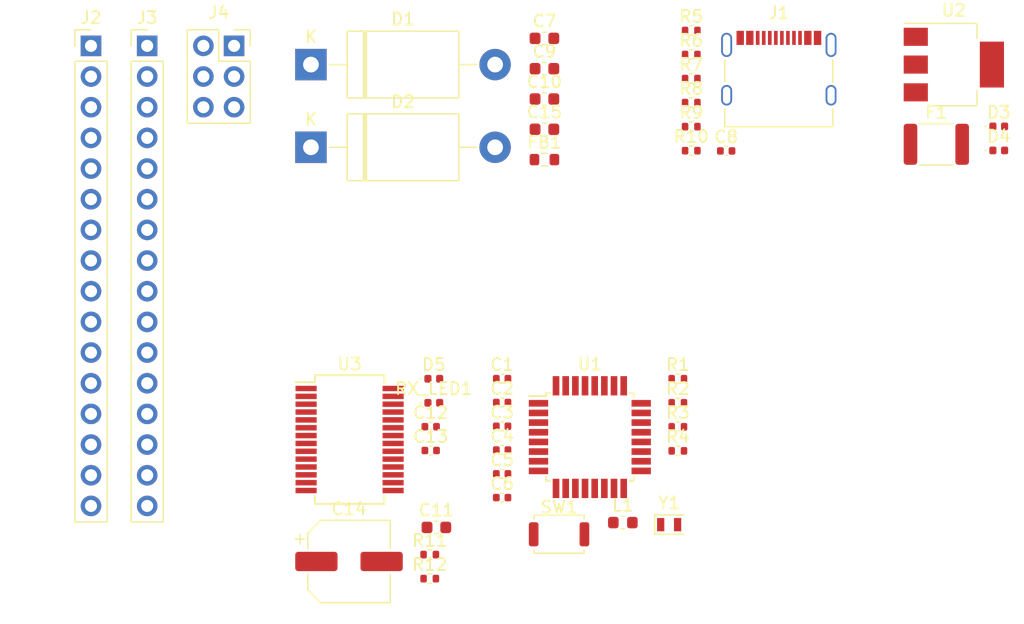
<source format=kicad_pcb>
(kicad_pcb (version 20221018) (generator pcbnew)
  (layers (0 "F.Cu" signal) (31 "B.Cu" signal) (34 "B.Paste" user) (35 "F.Paste" user) (36 "B.SilkS" user "B.Silkscreen") (37 "F.SilkS" user "F.Silkscreen") (38 "B.Mask" user) (39 "F.Mask" user) (44 "Edge.Cuts" user))
  (net 0 "")
  (net 1 "+5V")
  (net 2 "GND")
  (net 3 "Net-(U1-AREF)")
  (net 4 "EX_OSC2")
  (net 5 "EX_OSC1")
  (net 6 "+3.3V")
  (net 7 "PWRU_IN")
  (net 8 "Net-(C10-Pad1)")
  (net 9 "Net-(U3-3V3OUT)")
  (net 10 "USART_DTR")
  (net 11 "EX_RST")
  (net 12 "USBC_D.P")
  (net 13 "USBC_D.N")
  (net 14 "Net-(D3-A)")
  (net 15 "Net-(D4-A)")
  (net 16 "Net-(D5-K)")
  (net 17 "Net-(D5-A)")
  (net 18 "Net-(J1-CC1)")
  (net 20 "Net-(J1-CC2)")
  (net 24 "GPIO_C0")
  (net 25 "GPIO_C1")
  (net 26 "GPIO_C2")
  (net 27 "GPIO_C3")
  (net 28 "I2C_SCL")
  (net 29 "I2C_SDA")
  (net 30 "GPIO_C4")
  (net 31 "GPIO_C5")
  (net 32 "SPI_SS")
  (net 33 "SPI_MOSI")
  (net 34 "SPI_MISO")
  (net 35 "SPI_SCK")
  (net 36 "GPIO_B1")
  (net 37 "GPIO_B0")
  (net 38 "GPIO_D7")
  (net 39 "GPIO_D6")
  (net 40 "GPIO_D5")
  (net 41 "GPIO_D4")
  (net 42 "GPIO_D3")
  (net 43 "GPIO_D2")
  (net 44 "USART_TXD")
  (net 45 "USART_RXD")
  (net 46 "Net-(U1-AVCC)")
  (net 47 "Net-(U2-ADJ)")
  (net 48 "Net-(RX_LED1-A)")
  (net 49 "Net-(RX_LED1-K)")
  (net 57 "USB_D.P")
  (net 58 "USB_D.N")
  (footprint "Capacitor_SMD:C_0402_1005Metric" (layer "F.Cu") (at 153.12 103.61)
    (fp_text reference "C3" (at 0 -1.16) (layer "F.SilkS"))
    (fp_text value "18p")
    (fp_line (start -0.107836 -0.36) (end 0.107836 -0.36) (stroke (width 0.12)) (layer "F.SilkS"))
    (fp_line (start -0.107836 0.36) (end 0.107836 0.36) (stroke (width 0.12)) (layer "F.SilkS"))
    (pad "1" smd roundrect (at -0.48 0) (size 0.56 0.62) (layers "F.Cu" "F.Paste" "F.Mask") (net 4 "EX_OSC2"))
    (pad "2" smd roundrect (at 0.48 0) (size 0.56 0.62) (layers "F.Cu" "F.Paste" "F.Mask") (net 2 "GND"))
  )
  (footprint "Resistor_SMD:R_0402_1005Metric" (layer "F.Cu") (at 167.66 101.67)
    (fp_text reference "R2" (at 0 -1.17) (layer "F.SilkS"))
    (fp_text value "R")
    (fp_line (start -0.153641 -0.38) (end 0.153641 -0.38) (stroke (width 0.12)) (layer "F.SilkS"))
    (fp_line (start -0.153641 0.38) (end 0.153641 0.38) (stroke (width 0.12)) (layer "F.SilkS"))
    (pad "1" smd roundrect (at -0.51 0) (size 0.54 0.64) (layers "F.Cu" "F.Paste" "F.Mask") (net 1 "+5V"))
    (pad "2" smd roundrect (at 0.51 0) (size 0.54 0.64) (layers "F.Cu" "F.Paste" "F.Mask") (net 29 "I2C_SDA"))
  )
  (footprint "Capacitor_SMD:C_0402_1005Metric" (layer "F.Cu") (at 153.12 109.52)
    (fp_text reference "C6" (at 0 -1.16) (layer "F.SilkS"))
    (fp_text value ".1u")
    (fp_line (start -0.107836 -0.36) (end 0.107836 -0.36) (stroke (width 0.12)) (layer "F.SilkS"))
    (fp_line (start -0.107836 0.36) (end 0.107836 0.36) (stroke (width 0.12)) (layer "F.SilkS"))
    (pad "1" smd roundrect (at -0.48 0) (size 0.56 0.62) (layers "F.Cu" "F.Paste" "F.Mask") (net 1 "+5V"))
    (pad "2" smd roundrect (at 0.48 0) (size 0.56 0.62) (layers "F.Cu" "F.Paste" "F.Mask") (net 2 "GND"))
  )
  (footprint "Resistor_SMD:R_0603_1608Metric" (layer "F.Cu") (at 156.62 81.53)
    (fp_text reference "FB1" (at 0 -1.43) (layer "F.SilkS"))
    (fp_text value "120")
    (fp_line (start -0.237258 -0.5225) (end 0.237258 -0.5225) (stroke (width 0.12)) (layer "F.SilkS"))
    (fp_line (start -0.237258 0.5225) (end 0.237258 0.5225) (stroke (width 0.12)) (layer "F.SilkS"))
    (pad "1" smd roundrect (at -0.825 0) (size 0.8 0.95) (layers "F.Cu" "F.Paste" "F.Mask") (net 7 "PWRU_IN"))
    (pad "2" smd roundrect (at 0.825 0) (size 0.8 0.95) (layers "F.Cu" "F.Paste" "F.Mask") (net 8 "Net-(C10-Pad1)"))
  )
  (footprint "Capacitor_SMD:C_0402_1005Metric" (layer "F.Cu") (at 171.66 80.81)
    (fp_text reference "C8" (at 0 -1.16) (layer "F.SilkS"))
    (fp_text value "10u")
    (fp_line (start -0.107836 -0.36) (end 0.107836 -0.36) (stroke (width 0.12)) (layer "F.SilkS"))
    (fp_line (start -0.107836 0.36) (end 0.107836 0.36) (stroke (width 0.12)) (layer "F.SilkS"))
    (pad "1" smd roundrect (at -0.48 0) (size 0.56 0.62) (layers "F.Cu" "F.Paste" "F.Mask") (net 6 "+3.3V"))
    (pad "2" smd roundrect (at 0.48 0) (size 0.56 0.62) (layers "F.Cu" "F.Paste" "F.Mask") (net 2 "GND"))
  )
  (footprint "Capacitor_SMD:C_0402_1005Metric" (layer "F.Cu") (at 153.12 101.64)
    (fp_text reference "C2" (at 0 -1.16) (layer "F.SilkS"))
    (fp_text value ".1u")
    (fp_line (start -0.107836 -0.36) (end 0.107836 -0.36) (stroke (width 0.12)) (layer "F.SilkS"))
    (fp_line (start -0.107836 0.36) (end 0.107836 0.36) (stroke (width 0.12)) (layer "F.SilkS"))
    (pad "1" smd roundrect (at -0.48 0) (size 0.56 0.62) (layers "F.Cu" "F.Paste" "F.Mask") (net 3 "Net-(U1-AREF)"))
    (pad "2" smd roundrect (at 0.48 0) (size 0.56 0.62) (layers "F.Cu" "F.Paste" "F.Mask") (net 2 "GND"))
  )
  (footprint "Button_Switch_SMD:SW_Push_SPST_NO_Alps_SKRK" (layer "F.Cu") (at 157.83 112.56)
    (fp_text reference "SW1" (at 0 -2.25) (layer "F.SilkS"))
    (fp_text value "SW_Push")
    (fp_line (start -2.07 -1.57) (end 2.07 -1.57) (stroke (width 0.12)) (layer "F.SilkS"))
    (fp_line (start -2.07 -1.27) (end -2.07 -1.57) (stroke (width 0.12)) (layer "F.SilkS"))
    (fp_line (start -2.07 1.57) (end -2.07 1.27) (stroke (width 0.12)) (layer "F.SilkS"))
    (fp_line (start 2.07 -1.57) (end 2.07 -1.27) (stroke (width 0.12)) (layer "F.SilkS"))
    (fp_line (start 2.07 1.27) (end 2.07 1.57) (stroke (width 0.12)) (layer "F.SilkS"))
    (fp_line (start 2.07 1.57) (end -2.07 1.57) (stroke (width 0.12)) (layer "F.SilkS"))
    (pad "1" smd roundrect (at -2.1 0) (size 0.8 2) (layers "F.Cu" "F.Paste" "F.Mask") (net 11 "EX_RST"))
    (pad "2" smd roundrect (at 2.1 0) (size 0.8 2) (layers "F.Cu" "F.Paste" "F.Mask") (net 2 "GND"))
  )
  (footprint "Resistor_SMD:R_0402_1005Metric" (layer "F.Cu") (at 167.66 105.65)
    (fp_text reference "R4" (at 0 -1.17) (layer "F.SilkS"))
    (fp_text value "10k")
    (fp_line (start -0.153641 -0.38) (end 0.153641 -0.38) (stroke (width 0.12)) (layer "F.SilkS"))
    (fp_line (start -0.153641 0.38) (end 0.153641 0.38) (stroke (width 0.12)) (layer "F.SilkS"))
    (pad "1" smd roundrect (at -0.51 0) (size 0.54 0.64) (layers "F.Cu" "F.Paste" "F.Mask") (net 1 "+5V"))
    (pad "2" smd roundrect (at 0.51 0) (size 0.54 0.64) (layers "F.Cu" "F.Paste" "F.Mask") (net 11 "EX_RST"))
  )
  (footprint "Resistor_SMD:R_0402_1005Metric" (layer "F.Cu") (at 168.77 76.81)
    (fp_text reference "R8" (at 0 -1.17) (layer "F.SilkS"))
    (fp_text value "5.1k")
    (fp_line (start -0.153641 -0.38) (end 0.153641 -0.38) (stroke (width 0.12)) (layer "F.SilkS"))
    (fp_line (start -0.153641 0.38) (end 0.153641 0.38) (stroke (width 0.12)) (layer "F.SilkS"))
    (pad "1" smd roundrect (at -0.51 0) (size 0.54 0.64) (layers "F.Cu" "F.Paste" "F.Mask") (net 18 "Net-(J1-CC1)"))
    (pad "2" smd roundrect (at 0.51 0) (size 0.54 0.64) (layers "F.Cu" "F.Paste" "F.Mask") (net 2 "GND"))
  )
  (footprint "Resistor_SMD:R_0402_1005Metric" (layer "F.Cu") (at 168.77 72.83)
    (fp_text reference "R6" (at 0 -1.17) (layer "F.SilkS"))
    (fp_text value "200")
    (fp_line (start -0.153641 -0.38) (end 0.153641 -0.38) (stroke (width 0.12)) (layer "F.SilkS"))
    (fp_line (start -0.153641 0.38) (end 0.153641 0.38) (stroke (width 0.12)) (layer "F.SilkS"))
    (pad "1" smd roundrect (at -0.51 0) (size 0.54 0.64) (layers "F.Cu" "F.Paste" "F.Mask") (net 47 "Net-(U2-ADJ)"))
    (pad "2" smd roundrect (at 0.51 0) (size 0.54 0.64) (layers "F.Cu" "F.Paste" "F.Mask") (net 2 "GND"))
  )
  (footprint "Capacitor_SMD:C_0402_1005Metric" (layer "F.Cu") (at 153.12 99.67)
    (fp_text reference "C1" (at 0 -1.16) (layer "F.SilkS"))
    (fp_text value ".1u")
    (fp_line (start -0.107836 -0.36) (end 0.107836 -0.36) (stroke (width 0.12)) (layer "F.SilkS"))
    (fp_line (start -0.107836 0.36) (end 0.107836 0.36) (stroke (width 0.12)) (layer "F.SilkS"))
    (pad "1" smd roundrect (at -0.48 0) (size 0.56 0.62) (layers "F.Cu" "F.Paste" "F.Mask") (net 1 "+5V"))
    (pad "2" smd roundrect (at 0.48 0) (size 0.56 0.62) (layers "F.Cu" "F.Paste" "F.Mask") (net 2 "GND"))
  )
  (footprint "Connector_PinHeader_2.54mm:PinHeader_1x16_P2.54mm_Vertical" (layer "F.Cu") (at 119.1 72.11)
    (fp_text reference "J2" (at 0 -2.33) (layer "F.SilkS"))
    (fp_text value "Conn_01x16_Socket")
    (fp_line (start -1.33 -1.33) (end 0 -1.33) (stroke (width 0.12)) (layer "F.SilkS"))
    (fp_line (start -1.33 0) (end -1.33 -1.33) (stroke (width 0.12)) (layer "F.SilkS"))
    (fp_line (start -1.33 1.27) (end -1.33 39.43) (stroke (width 0.12)) (layer "F.SilkS"))
    (fp_line (start -1.33 1.27) (end 1.33 1.27) (stroke (width 0.12)) (layer "F.SilkS"))
    (fp_line (start -1.33 39.43) (end 1.33 39.43) (stroke (width 0.12)) (layer "F.SilkS"))
    (fp_line (start 1.33 1.27) (end 1.33 39.43) (stroke (width 0.12)) (layer "F.SilkS"))
    (pad "1" thru_hole rect (at 0 0) (size 1.7 1.7) (drill 1) (layers "*.Cu" "*.Mask"))
    (pad "2" thru_hole oval (at 0 2.54) (size 1.7 1.7) (drill 1) (layers "*.Cu" "*.Mask") (net 1 "+5V"))
    (pad "3" thru_hole oval (at 0 5.08) (size 1.7 1.7) (drill 1) (layers "*.Cu" "*.Mask") (net 11 "EX_RST"))
    (pad "4" thru_hole oval (at 0 7.62) (size 1.7 1.7) (drill 1) (layers "*.Cu" "*.Mask") (net 6 "+3.3V"))
    (pad "5" thru_hole oval (at 0 10.16) (size 1.7 1.7) (drill 1) (layers "*.Cu" "*.Mask") (net 1 "+5V"))
    (pad "6" thru_hole oval (at 0 12.7) (size 1.7 1.7) (drill 1) (layers "*.Cu" "*.Mask") (net 2 "GND"))
    (pad "7" thru_hole oval (at 0 15.24) (size 1.7 1.7) (drill 1) (layers "*.Cu" "*.Mask") (net 2 "GND"))
    (pad "8" thru_hole oval (at 0 17.78) (size 1.7 1.7) (drill 1) (layers "*.Cu" "*.Mask") (net 7 "PWRU_IN"))
    (pad "9" thru_hole oval (at 0 20.32) (size 1.7 1.7) (drill 1) (layers "*.Cu" "*.Mask") (net 24 "GPIO_C0"))
    (pad "10" thru_hole oval (at 0 22.86) (size 1.7 1.7) (drill 1) (layers "*.Cu" "*.Mask") (net 25 "GPIO_C1"))
    (pad "11" thru_hole oval (at 0 25.4) (size 1.7 1.7) (drill 1) (layers "*.Cu" "*.Mask") (net 26 "GPIO_C2"))
    (pad "12" thru_hole oval (at 0 27.94) (size 1.7 1.7) (drill 1) (layers "*.Cu" "*.Mask") (net 27 "GPIO_C3"))
    (pad "13" thru_hole oval (at 0 30.48) (size 1.7 1.7) (drill 1) (layers "*.Cu" "*.Mask") (net 28 "I2C_SCL"))
    (pad "14" thru_hole oval (at 0 33.02) (size 1.7 1.7) (drill 1) (layers "*.Cu" "*.Mask") (net 29 "I2C_SDA"))
    (pad "15" thru_hole oval (at 0 35.56) (size 1.7 1.7) (drill 1) (layers "*.Cu" "*.Mask") (net 30 "GPIO_C4"))
    (pad "16" thru_hole oval (at 0 38.1) (size 1.7 1.7) (drill 1) (layers "*.Cu" "*.Mask") (net 31 "GPIO_C5"))
  )
  (footprint "Resistor_SMD:R_0402_1005Metric" (layer "F.Cu") (at 168.77 70.84)
    (fp_text reference "R5" (at 0 -1.17) (layer "F.SilkS"))
    (fp_text value "121")
    (fp_line (start -0.153641 -0.38) (end 0.153641 -0.38) (stroke (width 0.12)) (layer "F.SilkS"))
    (fp_line (start -0.153641 0.38) (end 0.153641 0.38) (stroke (width 0.12)) (layer "F.SilkS"))
    (pad "1" smd roundrect (at -0.51 0) (size 0.54 0.64) (layers "F.Cu" "F.Paste" "F.Mask") (net 6 "+3.3V"))
    (pad "2" smd roundrect (at 0.51 0) (size 0.54 0.64) (layers "F.Cu" "F.Paste" "F.Mask") (net 47 "Net-(U2-ADJ)"))
  )
  (footprint "Fuse:Fuse_1812_4532Metric" (layer "F.Cu") (at 189.05 80.26)
    (fp_text reference "F1" (at 0 -2.65) (layer "F.SilkS"))
    (fp_text value "500mA")
    (fp_line (start -1.386252 -1.71) (end 1.386252 -1.71) (stroke (width 0.12)) (layer "F.SilkS"))
    (fp_line (start -1.386252 1.71) (end 1.386252 1.71) (stroke (width 0.12)) (layer "F.SilkS"))
    (pad "1" smd roundrect (at -2.1375 0) (size 1.125 3.4) (layers "F.Cu" "F.Paste" "F.Mask") (roundrect_rratio 0.222222) (net 8 "Net-(C10-Pad1)"))
    (pad "2" smd roundrect (at 2.1375 0) (size 1.125 3.4) (layers "F.Cu" "F.Paste" "F.Mask") (roundrect_rratio 0.222222) (net 1 "+5V"))
  )
  (footprint "LED_SMD:LED_0402_1005Metric" (layer "F.Cu") (at 147.465 101.67)
    (fp_text reference "RX_LED1" (at 0 -1.17) (layer "F.SilkS"))
    (fp_text value "LED")
    (fp_circle (center -1.09 0) (end -1.04 0) (stroke (width 0.1)) (fill none) (layer "F.SilkS"))
    (pad "1" smd roundrect (at -0.485 0) (size 0.59 0.64) (layers "F.Cu" "F.Paste" "F.Mask") (net 49 "Net-(RX_LED1-K)"))
    (pad "2" smd roundrect (at 0.485 0) (size 0.59 0.64) (layers "F.Cu" "F.Paste" "F.Mask") (net 48 "Net-(RX_LED1-A)"))
  )
  (footprint "Diode_THT:D_DO-201AE_P15.24mm_Horizontal" (layer "F.Cu") (at 137.3 73.66)
    (fp_text reference "D1" (at 7.62 -3.77) (layer "F.SilkS"))
    (fp_text value "1.5KExxCA")
    (fp_text user "K" (at 0 -2.3) (layer "F.SilkS"))
    (fp_line (start 1.54 0) (end 3 0) (stroke (width 0.12)) (layer "F.SilkS"))
    (fp_line (start 3 -2.77) (end 3 2.77) (stroke (width 0.12)) (layer "F.SilkS"))
    (fp_line (start 3 2.77) (end 12.24 2.77) (stroke (width 0.12)) (layer "F.SilkS"))
    (fp_line (start 4.35 -2.77) (end 4.35 2.77) (stroke (width 0.12)) (layer "F.SilkS"))
    (fp_line (start 4.47 -2.77) (end 4.47 2.77) (stroke (width 0.12)) (layer "F.SilkS"))
    (fp_line (start 4.59 -2.77) (end 4.59 2.77) (stroke (width 0.12)) (layer "F.SilkS"))
    (fp_line (start 12.24 -2.77) (end 3 -2.77) (stroke (width 0.12)) (layer "F.SilkS"))
    (fp_line (start 12.24 2.77) (end 12.24 -2.77) (stroke (width 0.12)) (layer "F.SilkS"))
    (fp_line (start 13.7 0) (end 12.24 0) (stroke (width 0.12)) (layer "F.SilkS"))
    (pad "1" thru_hole rect (at 0 0) (size 2.6 2.6) (drill 1.3) (layers "*.Cu" "*.Mask") (net 2 "GND"))
    (pad "2" thru_hole oval (at 15.24 0) (size 2.6 2.6) (drill 1.3) (layers "*.Cu" "*.Mask") (net 12 "USBC_D.P"))
  )
  (footprint "Package_SO:SSOP-28_5.3x10.2mm_P0.65mm" (layer "F.Cu") (at 140.5 104.71)
    (fp_text reference "U3" (at 0 -6.25) (layer "F.SilkS"))
    (fp_text value "FT232RL")
    (fp_line (start -2.875 -5.325) (end -2.875 -4.75) (stroke (width 0.15)) (layer "F.SilkS"))
    (fp_line (start -2.875 -5.325) (end 2.875 -5.325) (stroke (width 0.15)) (layer "F.SilkS"))
    (fp_line (start -2.875 -4.75) (end -4.475 -4.75) (stroke (width 0.15)) (layer "F.SilkS"))
    (fp_line (start -2.875 5.325) (end -2.875 4.675) (stroke (width 0.15)) (layer "F.SilkS"))
    (fp_line (start -2.875 5.325) (end 2.875 5.325) (stroke (width 0.15)) (layer "F.SilkS"))
    (fp_line (start 2.875 -5.325) (end 2.875 -4.675) (stroke (width 0.15)) (layer "F.SilkS"))
    (fp_line (start 2.875 5.325) (end 2.875 4.675) (stroke (width 0.15)) (layer "F.SilkS"))
    (pad "1" smd rect (at -3.6 -4.225) (size 1.75 0.45) (layers "F.Cu" "F.Paste" "F.Mask") (net 45 "USART_RXD"))
    (pad "2" smd rect (at -3.6 -3.575) (size 1.75 0.45) (layers "F.Cu" "F.Paste" "F.Mask") (net 10 "USART_DTR"))
    (pad "3" smd rect (at -3.6 -2.925) (size 1.75 0.45) (layers "F.Cu" "F.Paste" "F.Mask"))
    (pad "4" smd rect (at -3.6 -2.275) (size 1.75 0.45) (layers "F.Cu" "F.Paste" "F.Mask") (net 1 "+5V"))
    (pad "5" smd rect (at -3.6 -1.625) (size 1.75 0.45) (layers "F.Cu" "F.Paste" "F.Mask") (net 44 "USART_TXD"))
    (pad "6" smd rect (at -3.6 -0.975) (size 1.75 0.45) (layers "F.Cu" "F.Paste" "F.Mask"))
    (pad "7" smd rect (at -3.6 -0.325) (size 1.75 0.45) (layers "F.Cu" "F.Paste" "F.Mask") (net 2 "GND"))
    (pad "8" smd rect (at -3.6 0.325) (size 1.75 0.45) (layers "F.Cu" "F.Paste" "F.Mask"))
    (pad "9" smd rect (at -3.6 0.975) (size 1.75 0.45) (layers "F.Cu" "F.Paste" "F.Mask"))
    (pad "10" smd rect (at -3.6 1.625) (size 1.75 0.45) (layers "F.Cu" "F.Paste" "F.Mask"))
    (pad "11" smd rect (at -3.6 2.275) (size 1.75 0.45) (layers "F.Cu" "F.Paste" "F.Mask") (net 2 "GND"))
    (pad "12" smd rect (at -3.6 2.925) (size 1.75 0.45) (layers "F.Cu" "F.Paste" "F.Mask"))
    (pad "13" smd rect (at -3.6 3.575) (size 1.75 0.45) (layers "F.Cu" "F.Paste" "F.Mask"))
    (pad "14" smd rect (at -3.6 4.225) (size 1.75 0.45) (layers "F.Cu" "F.Paste" "F.Mask"))
    (pad "15" smd rect (at 3.6 4.225) (size 1.75 0.45) (layers "F.Cu" "F.Paste" "F.Mask") (net 57 "USB_D.P"))
    (pad "16" smd rect (at 3.6 3.575) (size 1.75 0.45) (layers "F.Cu" "F.Paste" "F.Mask") (net 58 "USB_D.N"))
    (pad "17" smd rect (at 3.6 2.925) (size 1.75 0.45) (layers "F.Cu" "F.Paste" "F.Mask") (net 9 "Net-(U3-3V3OUT)"))
    (pad "18" smd rect (at 3.6 2.275) (size 1.75 0.45) (layers "F.Cu" "F.Paste" "F.Mask") (net 2 "GND"))
    (pad "19" smd rect (at 3.6 1.625) (size 1.75 0.45) (layers "F.Cu" "F.Paste" "F.Mask"))
    (pad "20" smd rect (at 3.6 0.975) (size 1.75 0.45) (layers "F.Cu" "F.Paste" "F.Mask") (net 1 "+5V"))
    (pad "21" smd rect (at 3.6 0.325) (size 1.75 0.45) (layers "F.Cu" "F.Paste" "F.Mask") (net 2 "GND"))
    (pad "22" smd rect (at 3.6 -0.325) (size 1.75 0.45) (layers "F.Cu" "F.Paste" "F.Mask") (net 49 "Net-(RX_LED1-K)"))
    (pad "23" smd rect (at 3.6 -0.975) (size 1.75 0.45) (layers "F.Cu" "F.Paste" "F.Mask") (net 16 "Net-(D5-K)"))
    (pad "24" smd rect (at 3.6 -1.625) (size 1.75 0.45) (layers "F.Cu" "F.Paste" "F.Mask"))
    (pad "25" smd rect (at 3.6 -2.275) (size 1.75 0.45) (layers "F.Cu" "F.Paste" "F.Mask") (net 2 "GND"))
    (pad "26" smd rect (at 3.6 -2.925) (size 1.75 0.45) (layers "F.Cu" "F.Paste" "F.Mask") (net 2 "GND"))
    (pad "27" smd rect (at 3.6 -3.575) (size 1.75 0.45) (layers "F.Cu" "F.Paste" "F.Mask"))
    (pad "28" smd rect (at 3.6 -4.225) (size 1.75 0.45) (layers "F.Cu" "F.Paste" "F.Mask"))
  )
  (footprint "Resistor_SMD:R_0402_1005Metric" (layer "F.Cu") (at 167.66 103.66)
    (fp_text reference "R3" (at 0 -1.17) (layer "F.SilkS"))
    (fp_text value "R")
    (fp_line (start -0.153641 -0.38) (end 0.153641 -0.38) (stroke (width 0.12)) (layer "F.SilkS"))
    (fp_line (start -0.153641 0.38) (end 0.153641 0.38) (stroke (width 0.12)) (layer "F.SilkS"))
    (pad "1" smd roundrect (at -0.51 0) (size 0.54 0.64) (layers "F.Cu" "F.Paste" "F.Mask") (net 1 "+5V"))
    (pad "2" smd roundrect (at 0.51 0) (size 0.54 0.64) (layers "F.Cu" "F.Paste" "F.Mask") (net 28 "I2C_SCL"))
  )
  (footprint "Resistor_SMD:R_0402_1005Metric" (layer "F.Cu") (at 168.77 74.82)
    (fp_text reference "R7" (at 0 -1.17) (layer "F.SilkS"))
    (fp_text value "5100")
    (fp_line (start -0.153641 -0.38) (end 0.153641 -0.38) (stroke (width 0.12)) (layer "F.SilkS"))
    (fp_line (start -0.153641 0.38) (end 0.153641 0.38) (stroke (width 0.12)) (layer "F.SilkS"))
    (pad "1" smd roundrect (at -0.51 0) (size 0.54 0.64) (layers "F.Cu" "F.Paste" "F.Mask") (net 20 "Net-(J1-CC2)"))
    (pad "2" smd roundrect (at 0.51 0) (size 0.54 0.64) (layers "F.Cu" "F.Paste" "F.Mask") (net 2 "GND"))
  )
  (footprint "Resistor_SMD:R_0402_1005Metric" (layer "F.Cu") (at 168.77 80.79)
    (fp_text reference "R10" (at 0 -1.17) (layer "F.SilkS"))
    (fp_text value "70")
    (fp_line (start -0.153641 -0.38) (end 0.153641 -0.38) (stroke (width 0.12)) (layer "F.SilkS"))
    (fp_line (start -0.153641 0.38) (end 0.153641 0.38) (stroke (width 0.12)) (layer "F.SilkS"))
    (pad "1" smd roundrect (at -0.51 0) (size 0.54 0.64) (layers "F.Cu" "F.Paste" "F.Mask") (net 6 "+3.3V"))
    (pad "2" smd roundrect (at 0.51 0) (size 0.54 0.64) (layers "F.Cu" "F.Paste" "F.Mask") (net 15 "Net-(D4-A)"))
  )
  (footprint "Capacitor_SMD:C_0603_1608Metric" (layer "F.Cu") (at 156.62 71.49)
    (fp_text reference "C7" (at 0 -1.43) (layer "F.SilkS"))
    (fp_text value "10u")
    (fp_line (start -0.14058 -0.51) (end 0.14058 -0.51) (stroke (width 0.12)) (layer "F.SilkS"))
    (fp_line (start -0.14058 0.51) (end 0.14058 0.51) (stroke (width 0.12)) (layer "F.SilkS"))
    (pad "1" smd roundrect (at -0.775 0) (size 0.9 0.95) (layers "F.Cu" "F.Paste" "F.Mask") (net 1 "+5V"))
    (pad "2" smd roundrect (at 0.775 0) (size 0.9 0.95) (layers "F.Cu" "F.Paste" "F.Mask") (net 2 "GND"))
  )
  (footprint "Capacitor_SMD:C_0402_1005Metric" (layer "F.Cu") (at 147.21 103.65)
    (fp_text reference "C12" (at 0 -1.16) (layer "F.SilkS"))
    (fp_text value ".1u")
    (fp_line (start -0.107836 -0.36) (end 0.107836 -0.36) (stroke (width 0.12)) (layer "F.SilkS"))
    (fp_line (start -0.107836 0.36) (end 0.107836 0.36) (stroke (width 0.12)) (layer "F.SilkS"))
    (pad "1" smd roundrect (at -0.48 0) (size 0.56 0.62) (layers "F.Cu" "F.Paste" "F.Mask") (net 1 "+5V"))
    (pad "2" smd roundrect (at 0.48 0) (size 0.56 0.62) (layers "F.Cu" "F.Paste" "F.Mask") (net 2 "GND"))
  )
  (footprint "Inductor_SMD:L_0603_1608Metric" (layer "F.Cu") (at 163.11 111.59)
    (fp_text reference "L1" (at 0 -1.43) (layer "F.SilkS"))
    (fp_text value "10u")
    (fp_line (start -0.162779 -0.51) (end 0.162779 -0.51) (stroke (width 0.12)) (layer "F.SilkS"))
    (fp_line (start -0.162779 0.51) (end 0.162779 0.51) (stroke (width 0.12)) (layer "F.SilkS"))
    (pad "1" smd roundrect (at -0.7875 0) (size 0.875 0.95) (layers "F.Cu" "F.Paste" "F.Mask") (net 46 "Net-(U1-AVCC)"))
    (pad "2" smd roundrect (at 0.7875 0) (size 0.875 0.95) (layers "F.Cu" "F.Paste" "F.Mask") (net 1 "+5V"))
  )
  (footprint "LED_SMD:LED_0402_1005Metric" (layer "F.Cu") (at 194.215 80.77)
    (fp_text reference "D4" (at 0 -1.17) (layer "F.SilkS"))
    (fp_text value "LED")
    (fp_circle (center -1.09 0) (end -1.04 0) (stroke (width 0.1)) (fill none) (layer "F.SilkS"))
    (pad "1" smd roundrect (at -0.485 0) (size 0.59 0.64) (layers "F.Cu" "F.Paste" "F.Mask") (net 2 "GND"))
    (pad "2" smd roundrect (at 0.485 0) (size 0.59 0.64) (layers "F.Cu" "F.Paste" "F.Mask") (net 15 "Net-(D4-A)"))
  )
  (footprint "Connector_PinSocket_2.54mm:PinSocket_2x03_P2.54mm_Vertical" (layer "F.Cu") (at 130.94 72.11)
    (fp_text reference "J4" (at -1.27 -2.77) (layer "F.SilkS"))
    (fp_text value "Conn_PIC_ICSP_ICD")
    (fp_line (start -3.87 -1.33) (end -3.87 6.41) (stroke (width 0.12)) (layer "F.SilkS"))
    (fp_line (start -3.87 -1.33) (end -1.27 -1.33) (stroke (width 0.12)) (layer "F.SilkS"))
    (fp_line (start -3.87 6.41) (end 1.33 6.41) (stroke (width 0.12)) (layer "F.SilkS"))
    (fp_line (start -1.27 -1.33) (end -1.27 1.27) (stroke (width 0.12)) (layer "F.SilkS"))
    (fp_line (start -1.27 1.27) (end 1.33 1.27) (stroke (width 0.12)) (layer "F.SilkS"))
    (fp_line (start 0 -1.33) (end 1.33 -1.33) (stroke (width 0.12)) (layer "F.SilkS"))
    (fp_line (start 1.33 -1.33) (end 1.33 0) (stroke (width 0.12)) (layer "F.SilkS"))
    (fp_line (start 1.33 1.27) (end 1.33 6.41) (stroke (width 0.12)) (layer "F.SilkS"))
    (pad "1" thru_hole rect (at 0 0) (size 1.7 1.7) (drill 1) (layers "*.Cu" "*.Mask") (net 11 "EX_RST"))
    (pad "2" thru_hole oval (at -2.54 0) (size 1.7 1.7) (drill 1) (layers "*.Cu" "*.Mask") (net 1 "+5V"))
    (pad "3" thru_hole oval (at 0 2.54) (size 1.7 1.7) (drill 1) (layers "*.Cu" "*.Mask") (net 2 "GND"))
    (pad "4" thru_hole oval (at -2.54 2.54) (size 1.7 1.7) (drill 1) (layers "*.Cu" "*.Mask") (net 33 "SPI_MOSI"))
    (pad "5" thru_hole oval (at 0 5.08) (size 1.7 1.7) (drill 1) (layers "*.Cu" "*.Mask") (net 35 "SPI_SCK"))
    (pad "6" thru_hole oval (at -2.54 5.08) (size 1.7 1.7) (drill 1) (layers "*.Cu" "*.Mask") (net 34 "SPI_MISO"))
  )
  (footprint "LED_SMD:LED_0402_1005Metric" (layer "F.Cu") (at 194.215 78.78)
    (fp_text reference "D3" (at 0 -1.17) (layer "F.SilkS"))
    (fp_text value "LED")
    (fp_circle (center -1.09 0) (end -1.04 0) (stroke (width 0.1)) (fill none) (layer "F.SilkS"))
    (pad "1" smd roundrect (at -0.485 0) (size 0.59 0.64) (layers "F.Cu" "F.Paste" "F.Mask") (net 2 "GND"))
    (pad "2" smd roundrect (at 0.485 0) (size 0.59 0.64) (layers "F.Cu" "F.Paste" "F.Mask") (net 14 "Net-(D3-A)"))
  )
  (footprint "Capacitor_SMD:C_0402_1005Metric" (layer "F.Cu") (at 147.21 105.62)
    (fp_text reference "C13" (at 0 -1.16) (layer "F.SilkS"))
    (fp_text value "4.7u")
    (fp_line (start -0.107836 -0.36) (end 0.107836 -0.36) (stroke (width 0.12)) (layer "F.SilkS"))
    (fp_line (start -0.107836 0.36) (end 0.107836 0.36) (stroke (width 0.12)) (layer "F.SilkS"))
    (pad "1" smd roundrect (at -0.48 0) (size 0.56 0.62) (layers "F.Cu" "F.Paste" "F.Mask") (net 1 "+5V"))
    (pad "2" smd roundrect (at 0.48 0) (size 0.56 0.62) (layers "F.Cu" "F.Paste" "F.Mask") (net 2 "GND"))
  )
  (footprint "Capacitor_SMD:CP_Elec_6.3x7.7" (layer "F.Cu") (at 140.45 114.81)
    (fp_text reference "C14" (at 0 -4.35) (layer "F.SilkS"))
    (fp_text value "C_Polarized")
    (fp_line (start -4.4375 -1.8475) (end -3.65 -1.8475) (stroke (width 0.12)) (layer "F.SilkS"))
    (fp_line (start -4.04375 -2.24125) (end -4.04375 -1.45375) (stroke (width 0.12)) (layer "F.SilkS"))
    (fp_line (start -3.41 -2.345563) (end -3.41 -1.06) (stroke (width 0.12)) (layer "F.SilkS"))
    (fp_line (start -3.41 -2.345563) (end -2.345563 -3.41) (stroke (width 0.12)) (layer "F.SilkS"))
    (fp_line (start -3.41 2.345563) (end -3.41 1.06) (stroke (width 0.12)) (layer "F.SilkS"))
    (fp_line (start -3.41 2.345563) (end -2.345563 3.41) (stroke (width 0.12)) (layer "F.SilkS"))
    (fp_line (start -2.345563 -3.41) (end 3.41 -3.41) (stroke (width 0.12)) (layer "F.SilkS"))
    (fp_line (start -2.345563 3.41) (end 3.41 3.41) (stroke (width 0.12)) (layer "F.SilkS"))
    (fp_line (start 3.41 -3.41) (end 3.41 -1.06) (stroke (width 0.12)) (layer "F.SilkS"))
    (fp_line (start 3.41 3.41) (end 3.41 1.06) (stroke (width 0.12)) (layer "F.SilkS"))
    (pad "1" smd roundrect (at -2.7 0) (size 3.5 1.6) (layers "F.Cu" "F.Paste" "F.Mask") (roundrect_rratio 0.15625) (net 10 "USART_DTR"))
    (pad "2" smd roundrect (at 2.7 0) (size 3.5 1.6) (layers "F.Cu" "F.Paste" "F.Mask") (roundrect_rratio 0.15625) (net 11 "EX_RST"))
  )
  (footprint "Capacitor_SMD:C_0402_1005Metric" (layer "F.Cu") (at 153.12 105.58)
    (fp_text reference "C4" (at 0 -1.16) (layer "F.SilkS"))
    (fp_text value "18p")
    (fp_line (start -0.107836 -0.36) (end 0.107836 -0.36) (stroke (width 0.12)) (layer "F.SilkS"))
    (fp_line (start -0.107836 0.36) (end 0.107836 0.36) (stroke (width 0.12)) (layer "F.SilkS"))
    (pad "1" smd roundrect (at -0.48 0) (size 0.56 0.62) (layers "F.Cu" "F.Paste" "F.Mask") (net 5 "EX_OSC1"))
    (pad "2" smd roundrect (at 0.48 0) (size 0.56 0.62) (layers "F.Cu" "F.Paste" "F.Mask") (net 2 "GND"))
  )
  (footprint "Capacitor_SMD:C_0603_1608Metric" (layer "F.Cu") (at 156.62 74)
    (fp_text reference "C9" (at 0 -1.43) (layer "F.SilkS"))
    (fp_text value ".01u")
    (fp_line (start -0.14058 -0.51) (end 0.14058 -0.51) (stroke (width 0.12)) (layer "F.SilkS"))
    (fp_line (start -0.14058 0.51) (end 0.14058 0.51) (stroke (width 0.12)) (layer "F.SilkS"))
    (pad "1" smd roundrect (at -0.775 0) (size 0.9 0.95) (layers "F.Cu" "F.Paste" "F.Mask") (net 7 "PWRU_IN"))
    (pad "2" smd roundrect (at 0.775 0) (size 0.9 0.95) (layers "F.Cu" "F.Paste" "F.Mask") (net 2 "GND"))
  )
  (footprint "Resistor_SMD:R_0402_1005Metric" (layer "F.Cu") (at 167.66 99.68)
    (fp_text reference "R1" (at 0 -1.17) (layer "F.SilkS"))
    (fp_text value "R")
    (fp_line (start -0.153641 -0.38) (end 0.153641 -0.38) (stroke (width 0.12)) (layer "F.SilkS"))
    (fp_line (start -0.153641 0.38) (end 0.153641 0.38) (stroke (width 0.12)) (layer "F.SilkS"))
    (pad "1" smd roundrect (at -0.51 0) (size 0.54 0.64) (layers "F.Cu" "F.Paste" "F.Mask") (net 5 "EX_OSC1"))
    (pad "2" smd roundrect (at 0.51 0) (size 0.54 0.64) (layers "F.Cu" "F.Paste" "F.Mask") (net 4 "EX_OSC2"))
  )
  (footprint "Capacitor_SMD:C_0603_1608Metric" (layer "F.Cu") (at 156.62 79.02)
    (fp_text reference "C15" (at 0 -1.43) (layer "F.SilkS"))
    (fp_text value "4.7u")
    (fp_line (start -0.14058 -0.51) (end 0.14058 -0.51) (stroke (width 0.12)) (layer "F.SilkS"))
    (fp_line (start -0.14058 0.51) (end 0.14058 0.51) (stroke (width 0.12)) (layer "F.SilkS"))
    (pad "1" smd roundrect (at -0.775 0) (size 0.9 0.95) (layers "F.Cu" "F.Paste" "F.Mask") (net 8 "Net-(C10-Pad1)"))
    (pad "2" smd roundrect (at 0.775 0) (size 0.9 0.95) (layers "F.Cu" "F.Paste" "F.Mask") (net 2 "GND"))
  )
  (footprint "Capacitor_SMD:C_0603_1608Metric" (layer "F.Cu") (at 156.62 76.51)
    (fp_text reference "C10" (at 0 -1.43) (layer "F.SilkS"))
    (fp_text value ".1u")
    (fp_line (start -0.14058 -0.51) (end 0.14058 -0.51) (stroke (width 0.12)) (layer "F.SilkS"))
    (fp_line (start -0.14058 0.51) (end 0.14058 0.51) (stroke (width 0.12)) (layer "F.SilkS"))
    (pad "1" smd roundrect (at -0.775 0) (size 0.9 0.95) (layers "F.Cu" "F.Paste" "F.Mask") (net 8 "Net-(C10-Pad1)"))
    (pad "2" smd roundrect (at 0.775 0) (size 0.9 0.95) (layers "F.Cu" "F.Paste" "F.Mask") (net 2 "GND"))
  )
  (footprint "Connector_USB:USB_C_Receptacle_Palconn_UTC16-G" (layer "F.Cu") (at 176.02 73.96)
    (fp_text reference "J1" (at 0 -4.58) (layer "F.SilkS"))
    (fp_text value "USB_C_Receptacle_USB2.0_16P")
    (fp_line (start -4.47 -0.67) (end -4.47 1.13) (stroke (width 0.12)) (layer "F.SilkS"))
    (fp_line (start -4.47 4.84) (end -4.47 3.38) (stroke (width 0.12)) (layer "F.SilkS"))
    (fp_line (start 4.47 -0.67) (end 4.47 1.13) (stroke (width 0.12)) (layer "F.SilkS"))
    (fp_line (start 4.47 4.84) (end -4.47 4.84) (stroke (width 0.12)) (layer "F.SilkS"))
    (fp_line (start 4.47 4.84) (end 4.47 3.38) (stroke (width 0.12)) (layer "F.SilkS"))
    (pad "" np_thru_hole circle (at -2.89 -1.45 180) (size 0.6 0.6) (drill 0.6) (layers "*.Cu" "*.Mask"))
    (pad "" np_thru_hole circle (at 2.89 -1.45 180) (size 0.6 0.6) (drill 0.6) (layers "*.Cu" "*.Mask"))
    (pad "A1" smd rect (at -3.2 -2.51) (size 0.6 1.16) (layers "F.Cu" "F.Paste" "F.Mask") (net 2 "GND"))
    (pad "A4" smd rect (at -2.4 -2.51) (size 0.6 1.16) (layers "F.Cu" "F.Paste" "F.Mask") (net 7 "PWRU_IN"))
    (pad "A5" smd rect (at -1.25 -2.51 180) (size 0.3 1.16) (layers "F.Cu" "F.Paste" "F.Mask") (net 18 "Net-(J1-CC1)"))
    (pad "A6" smd rect (at -0.25 -2.51 180) (size 0.3 1.16) (layers "F.Cu" "F.Paste" "F.Mask") (net 12 "USBC_D.P"))
    (pad "A7" smd rect (at 0.25 -2.51 180) (size 0.3 1.16) (layers "F.Cu" "F.Paste" "F.Mask") (net 13 "USBC_D.N"))
    (pad "A8" smd rect (at 1.25 -2.51 180) (size 0.3 1.16) (layers "F.Cu" "F.Paste" "F.Mask"))
    (pad "A9" smd rect (at 2.4 -2.51) (size 0.6 1.16) (layers "F.Cu" "F.Paste" "F.Mask") (net 7 "PWRU_IN"))
    (pad "A12" smd rect (at 3.2 -2.51) (size 0.6 1.16) (layers "F.Cu" "F.Paste" "F.Mask") (net 2 "GND"))
    (pad "B1" smd rect (at 3.2 -2.51) (size 0.6 1.16) (layers "F.Cu" "F.Paste" "F.Mask") (net 2 "GND"))
    (pad "B4" smd rect (at 2.4 -2.51) (size 0.6 1.16) (layers "F.Cu" "F.Paste" "F.Mask") (net 7 "PWRU_IN"))
    (pad "B5" smd rect (at 1.75 -2.51 180) (size 0.3 1.16) (layers "F.Cu" "F.Paste" "F.Mask") (net 20 "Net-(J1-CC2)"))
    (pad "B6" smd rect (at 0.75 -2.51 180) (size 0.3 1.16) (layers "F.Cu" "F.Paste" "F.Mask") (net 12 "USBC_D.P"))
    (pad "B7" smd rect (at -0.75 -2.51 180) (size 0.3 1.16) (layers "F.Cu" "F.Paste" "F.Mask") (net 13 "USBC_D.N"))
    (pad "B8" smd rect (at -1.75 -2.51 180) (size 0.3 1.16) (layers "F.Cu" "F.Paste" "F.Mask"))
    (pad "B9" smd rect (at -2.4 -2.51) (size 0.6 1.16) (layers "F.Cu" "F.Paste" "F.Mask") (net 7 "PWRU_IN"))
    (pad "B12" smd rect (at -3.2 -2.51) (size 0.6 1.16) (layers "F.Cu" "F.Paste" "F.Mask") (net 2 "GND"))
    (pad "S1" thru_hole oval (at -4.32 -1.93 90) (size 2 0.9) (drill oval 1.7 0.6) (layers "*.Cu" "*.Mask"))
    (pad "S1" thru_hole oval (at -4.32 2.24 90) (size 1.7 0.9) (drill oval 1.4 0.6) (layers "*.Cu" "*.Mask"))
    (pad "S1" thru_hole oval (at 4.32 -1.93 90) (size 2 0.9) (drill oval 1.7 0.6) (layers "*.Cu" "*.Mask"))
    (pad "S1" thru_hole oval (at 4.32 2.24 90) (size 1.7 0.9) (drill oval 1.4 0.6) (layers "*.Cu" "*.Mask"))
  )
  (footprint "Resistor_SMD:R_0402_1005Metric" (layer "F.Cu") (at 168.77 78.8)
    (fp_text reference "R9" (at 0 -1.17) (layer "F.SilkS"))
    (fp_text value "155")
    (fp_line (start -0.153641 -0.38) (end 0.153641 -0.38) (stroke (width 0.12)) (layer "F.SilkS"))
    (fp_line (start -0.153641 0.38) (end 0.153641 0.38) (stroke (width 0.12)) (layer "F.SilkS"))
    (pad "1" smd roundrect (at -0.51 0) (size 0.54 0.64) (layers "F.Cu" "F.Paste" "F.Mask") (net 1 "+5V"))
    (pad "2" smd roundrect (at 0.51 0) (size 0.54 0.64) (layers "F.Cu" "F.Paste" "F.Mask") (net 14 "Net-(D3-A)"))
  )
  (footprint "Diode_THT:D_DO-201AE_P15.24mm_Horizontal" (layer "F.Cu") (at 137.3 80.51)
    (fp_text reference "D2" (at 7.62 -3.77) (layer "F.SilkS"))
    (fp_text value "1.5KExxCA")
    (fp_text user "K" (at 0 -2.3) (layer "F.SilkS"))
    (fp_line (start 1.54 0) (end 3 0) (stroke (width 0.12)) (layer "F.SilkS"))
    (fp_line (start 3 -2.77) (end 3 2.77) (stroke (width 0.12)) (layer "F.SilkS"))
    (fp_line (start 3 2.77) (end 12.24 2.77) (stroke (width 0.12)) (layer "F.SilkS"))
    (fp_line (start 4.35 -2.77) (end 4.35 2.77) (stroke (width 0.12)) (layer "F.SilkS"))
    (fp_line (start 4.47 -2.77) (end 4.47 2.77) (stroke (width 0.12)) (layer "F.SilkS"))
    (fp_line (start 4.59 -2.77) (end 4.59 2.77) (stroke (width 0.12)) (layer "F.SilkS"))
    (fp_line (start 12.24 -2.77) (end 3 -2.77) (stroke (width 0.12)) (layer "F.SilkS"))
    (fp_line (start 12.24 2.77) (end 12.24 -2.77) (stroke (width 0.12)) (layer "F.SilkS"))
    (fp_line (start 13.7 0) (end 12.24 0) (stroke (width 0.12)) (layer "F.SilkS"))
    (pad "1" thru_hole rect (at 0 0) (size 2.6 2.6) (drill 1.3) (layers "*.Cu" "*.Mask") (net 2 "GND"))
    (pad "2" thru_hole oval (at 15.24 0) (size 2.6 2.6) (drill 1.3) (layers "*.Cu" "*.Mask") (net 13 "USBC_D.N"))
  )
  (footprint "Capacitor_SMD:C_0603_1608Metric" (layer "F.Cu") (at 147.68 111.99)
    (fp_text reference "C11" (at 0 -1.43) (layer "F.SilkS"))
    (fp_text value ".1u")
    (fp_line (start -0.14058 -0.51) (end 0.14058 -0.51) (stroke (width 0.12)) (layer "F.SilkS"))
    (fp_line (start -0.14058 0.51) (end 0.14058 0.51) (stroke (width 0.12)) (layer "F.SilkS"))
    (pad "1" smd roundrect (at -0.775 0) (size 0.9 0.95) (layers "F.Cu" "F.Paste" "F.Mask") (net 9 "Net-(U3-3V3OUT)"))
    (pad "2" smd roundrect (at 0.775 0) (size 0.9 0.95) (layers "F.Cu" "F.Paste" "F.Mask") (net 2 "GND"))
  )
  (footprint "LED_SMD:LED_0402_1005Metric" (layer "F.Cu") (at 147.465 99.68)
    (fp_text reference "D5" (at 0 -1.17) (layer "F.SilkS"))
    (fp_text value "TX_LED")
    (fp_circle (center -1.09 0) (end -1.04 0) (stroke (width 0.1)) (fill none) (layer "F.SilkS"))
    (pad "1" smd roundrect (at -0.485 0) (size 0.59 0.64) (layers "F.Cu" "F.Paste" "F.Mask") (net 16 "Net-(D5-K)"))
    (pad "2" smd roundrect (at 0.485 0) (size 0.59 0.64) (layers "F.Cu" "F.Paste" "F.Mask") (net 17 "Net-(D5-A)"))
  )
  (footprint "Resistor_SMD:R_0402_1005Metric" (layer "F.Cu") (at 147.13 116.23)
    (fp_text reference "R12" (at 0 -1.17) (layer "F.SilkS"))
    (fp_text value "150")
    (fp_line (start -0.153641 -0.38) (end 0.153641 -0.38) (stroke (width 0.12)) (layer "F.SilkS"))
    (fp_line (start -0.153641 0.38) (end 0.153641 0.38) (stroke (width 0.12)) (layer "F.SilkS"))
    (pad "1" smd roundrect (at -0.51 0) (size 0.54 0.64) (layers "F.Cu" "F.Paste" "F.Mask") (net 2 "GND"))
    (pad "2" smd roundrect (at 0.51 0) (size 0.54 0.64) (layers "F.Cu" "F.Paste" "F.Mask") (net 48 "Net-(RX_LED1-A)"))
  )
  (footprint "Package_TO_SOT_SMD:SOT-223" (layer "F.Cu") (at 190.5 73.66)
    (fp_text reference "U2" (at 0 -4.5) (layer "F.SilkS"))
    (fp_text value "LM1117DT-ADJ")
    (fp_line (start -4.1 -3.41) (end 1.91 -3.41) (stroke (width 0.12)) (layer "F.SilkS"))
    (fp_line (start -1.85 3.41) (end 1.91 3.41) (stroke (width 0.12)) (layer "F.SilkS"))
    (fp_line (start 1.91 -3.41) (end 1.91 -2.15) (stroke (width 0.12)) (layer "F.SilkS"))
    (fp_line (start 1.91 3.41) (end 1.91 2.15) (stroke (width 0.12)) (layer "F.SilkS"))
    (pad "1" smd rect (at -3.15 -2.3) (size 2 1.5) (layers "F.Cu" "F.Paste" "F.Mask") (net 47 "Net-(U2-ADJ)"))
    (pad "2" smd rect (at -3.15 0) (size 2 1.5) (layers "F.Cu" "F.Paste" "F.Mask") (net 6 "+3.3V"))
    (pad "3" smd rect (at -3.15 2.3) (size 2 1.5) (layers "F.Cu" "F.Paste" "F.Mask") (net 1 "+5V"))
    (pad "4" smd rect (at 3.15 0) (size 2 3.8) (layers "F.Cu" "F.Paste" "F.Mask"))
  )
  (footprint "Connector_PinHeader_2.54mm:PinHeader_1x16_P2.54mm_Vertical" (layer "F.Cu") (at 123.75 72.11)
    (fp_text reference "J3" (at 0 -2.33) (layer "F.SilkS"))
    (fp_text value "Conn_01x16_Socket")
    (fp_line (start -1.33 -1.33) (end 0 -1.33) (stroke (width 0.12)) (layer "F.SilkS"))
    (fp_line (start -1.33 0) (end -1.33 -1.33) (stroke (width 0.12)) (layer "F.SilkS"))
    (fp_line (start -1.33 1.27) (end -1.33 39.43) (stroke (width 0.12)) (layer "F.SilkS"))
    (fp_line (start -1.33 1.27) (end 1.33 1.27) (stroke (width 0.12)) (layer "F.SilkS"))
    (fp_line (start -1.33 39.43) (end 1.33 39.43) (stroke (width 0.12)) (layer "F.SilkS"))
    (fp_line (start 1.33 1.27) (end 1.33 39.43) (stroke (width 0.12)) (layer "F.SilkS"))
    (pad "1" thru_hole rect (at 0 0) (size 1.7 1.7) (drill 1) (layers "*.Cu" "*.Mask") (net 32 "SPI_SS"))
    (pad "2" thru_hole oval (at 0 2.54) (size 1.7 1.7) (drill 1) (layers "*.Cu" "*.Mask") (net 33 "SPI_MOSI"))
    (pad "3" thru_hole oval (at 0 5.08) (size 1.7 1.7) (drill 1) (layers "*.Cu" "*.Mask") (net 34 "SPI_MISO"))
    (pad "4" thru_hole oval (at 0 7.62) (size 1.7 1.7) (drill 1) (layers "*.Cu" "*.Mask") (net 35 "SPI_SCK"))
    (pad "5" thru_hole oval (at 0 10.16) (size 1.7 1.7) (drill 1) (layers "*.Cu" "*.Mask") (net 2 "GND"))
    (pad "6" thru_hole oval (at 0 12.7) (size 1.7 1.7) (drill 1) (layers "*.Cu" "*.Mask") (net 2 "GND"))
    (pad "7" thru_hole oval (at 0 15.24) (size 1.7 1.7) (drill 1) (layers "*.Cu" "*.Mask") (net 36 "GPIO_B1"))
    (pad "8" thru_hole oval (at 0 17.78) (size 1.7 1.7) (drill 1) (layers "*.Cu" "*.Mask") (net 37 "GPIO_B0"))
    (pad "9" thru_hole oval (at 0 20.32) (size 1.7 1.7) (drill 1) (layers "*.Cu" "*.Mask") (net 38 "GPIO_D7"))
    (pad "10" thru_hole oval (at 0 22.86) (size 1.7 1.7) (drill 1) (layers "*.Cu" "*.Mask") (net 39 "GPIO_D6"))
    (pad "11" thru_hole oval (at 0 25.4) (size 1.7 1.7) (drill 1) (layers "*.Cu" "*.Mask") (net 40 "GPIO_D5"))
    (pad "12" thru_hole oval (at 0 27.94) (size 1.7 1.7) (drill 1) (layers "*.Cu" "*.Mask") (net 41 "GPIO_D4"))
    (pad "13" thru_hole oval (at 0 30.48) (size 1.7 1.7) (drill 1) (layers "*.Cu" "*.Mask") (net 42 "GPIO_D3"))
    (pad "14" thru_hole oval (at 0 33.02) (size 1.7 1.7) (drill 1) (layers "*.Cu" "*.Mask") (net 43 "GPIO_D2"))
    (pad "15" thru_hole oval (at 0 35.56) (size 1.7 1.7) (drill 1) (layers "*.Cu" "*.Mask") (net 44 "USART_TXD"))
    (pad "16" thru_hole oval (at 0 38.1) (size 1.7 1.7) (drill 1) (layers "*.Cu" "*.Mask") (net 45 "USART_RXD"))
  )
  (footprint "Crystal:Crystal_SMD_2012-2Pin_2.0x1.2mm" (layer "F.Cu") (at 166.94 111.76)
    (fp_text reference "Y1" (at 0 -1.8) (layer "F.SilkS"))
    (fp_text value "16Mhz")
    (fp_line (start -1.2 -0.8) (end -1.2 0.8) (stroke (width 0.12)) (layer "F.SilkS"))
    (fp_line (start -1.2 0.8) (end 1.2 0.8) (stroke (width 0.12)) (layer "F.SilkS"))
    (fp_line (start 1.2 -0.8) (end -1.2 -0.8) (stroke (width 0.12)) (layer "F.SilkS"))
    (pad "1" smd rect (at -0.7 0) (size 0.6 1.1) (layers "F.Cu" "F.Paste" "F.Mask") (net 4 "EX_OSC2"))
    (pad "2" smd rect (at 0.7 0) (size 0.6 1.1) (layers "F.Cu" "F.Paste" "F.Mask") (net 5 "EX_OSC1"))
  )
  (footprint "Capacitor_SMD:C_0402_1005Metric" (layer "F.Cu") (at 153.12 107.55)
    (fp_text reference "C5" (at 0 -1.16) (layer "F.SilkS"))
    (fp_text value ".1u")
    (fp_line (start -0.107836 -0.36) (end 0.107836 -0.36) (stroke (width 0.12)) (layer "F.SilkS"))
    (fp_line (start -0.107836 0.36) (end 0.107836 0.36) (stroke (width 0.12)) (layer "F.SilkS"))
    (pad "1" smd roundrect (at -0.48 0) (size 0.56 0.62) (layers "F.Cu" "F.Paste" "F.Mask") (net 1 "+5V"))
    (pad "2" smd roundrect (at 0.48 0) (size 0.56 0.62) (layers "F.Cu" "F.Paste" "F.Mask") (net 2 "GND"))
  )
  (footprint "Resistor_SMD:R_0402_1005Metric" (layer "F.Cu") (at 147.13 114.24)
    (fp_text reference "R11" (at 0 -1.17) (layer "F.SilkS"))
    (fp_text value "150")
    (fp_line (start -0.153641 -0.38) (end 0.153641 -0.38) (stroke (width 0.12)) (layer "F.SilkS"))
    (fp_line (start -0.153641 0.38) (end 0.153641 0.38) (stroke (width 0.12)) (layer "F.SilkS"))
    (pad "1" smd roundrect (at -0.51 0) (size 0.54 0.64) (layers "F.Cu" "F.Paste" "F.Mask") (net 2 "GND"))
    (pad "2" smd roundrect (at 0.51 0) (size 0.54 0.64) (layers "F.Cu" "F.Paste" "F.Mask") (net 17 "Net-(D5-A)"))
  )
  (footprint "Package_QFP:TQFP-32_7x7mm_P0.8mm" (layer "F.Cu") (at 160.38 104.51)
    (fp_text reference "U1" (at 0 -6.05) (layer "F.SilkS"))
    (fp_text value "ATmega328P-A")
    (fp_line (start -3.625 -3.625) (end -3.625 -3.4) (stroke (width 0.15)) (layer "F.SilkS"))
    (fp_line (start -3.625 -3.625) (end -3.3 -3.625) (stroke (width 0.15)) (layer "F.SilkS"))
    (fp_line (start -3.625 -3.4) (end -5.05 -3.4) (stroke (width 0.15)) (layer "F.SilkS"))
    (fp_line (start -3.625 3.625) (end -3.625 3.3) (stroke (width 0.15)) (layer "F.SilkS"))
    (fp_line (start -3.625 3.625) (end -3.3 3.625) (stroke (width 0.15)) (layer "F.SilkS"))
    (fp_line (start 3.625 -3.625) (end 3.3 -3.625) (stroke (width 0.15)) (layer "F.SilkS"))
    (fp_line (start 3.625 -3.625) (end 3.625 -3.3) (stroke (width 0.15)) (layer "F.SilkS"))
    (fp_line (start 3.625 3.625) (end 3.3 3.625) (stroke (width 0.15)) (layer "F.SilkS"))
    (fp_line (start 3.625 3.625) (end 3.625 3.3) (stroke (width 0.15)) (layer "F.SilkS"))
    (pad "1" smd rect (at -4.25 -2.8) (size 1.6 0.55) (layers "F.Cu" "F.Paste" "F.Mask") (net 42 "GPIO_D3"))
    (pad "2" smd rect (at -4.25 -2) (size 1.6 0.55) (layers "F.Cu" "F.Paste" "F.Mask") (net 41 "GPIO_D4"))
    (pad "3" smd rect (at -4.25 -1.2) (size 1.6 0.55) (layers "F.Cu" "F.Paste" "F.Mask") (net 2 "GND"))
    (pad "4" smd rect (at -4.25 -0.4) (size 1.6 0.55) (layers "F.Cu" "F.Paste" "F.Mask") (net 1 "+5V"))
    (pad "5" smd rect (at -4.25 0.4) (size 1.6 0.55) (layers "F.Cu" "F.Paste" "F.Mask") (net 2 "GND"))
    (pad "6" smd rect (at -4.25 1.2) (size 1.6 0.55) (layers "F.Cu" "F.Paste" "F.Mask") (net 1 "+5V"))
    (pad "7" smd rect (at -4.25 2) (size 1.6 0.55) (layers "F.Cu" "F.Paste" "F.Mask") (net 5 "EX_OSC1"))
    (pad "8" smd rect (at -4.25 2.8) (size 1.6 0.55) (layers "F.Cu" "F.Paste" "F.Mask") (net 4 "EX_OSC2"))
    (pad "9" smd rect (at -2.8 4.25 90) (size 1.6 0.55) (layers "F.Cu" "F.Paste" "F.Mask") (net 40 "GPIO_D5"))
    (pad "10" smd rect (at -2 4.25 90) (size 1.6 0.55) (layers "F.Cu" "F.Paste" "F.Mask") (net 39 "GPIO_D6"))
    (pad "11" smd rect (at -1.2 4.25 90) (size 1.6 0.55) (layers "F.Cu" "F.Paste" "F.Mask") (net 38 "GPIO_D7"))
    (pad "12" smd rect (at -0.4 4.25 90) (size 1.6 0.55) (layers "F.Cu" "F.Paste" "F.Mask") (net 37 "GPIO_B0"))
    (pad "13" smd rect (at 0.4 4.25 90) (size 1.6 0.55) (layers "F.Cu" "F.Paste" "F.Mask") (net 36 "GPIO_B1"))
    (pad "14" smd rect (at 1.2 4.25 90) (size 1.6 0.55) (layers "F.Cu" "F.Paste" "F.Mask") (net 32 "SPI_SS"))
    (pad "15" smd rect (at 2 4.25 90) (size 1.6 0.55) (layers "F.Cu" "F.Paste" "F.Mask") (net 33 "SPI_MOSI"))
    (pad "16" smd rect (at 2.8 4.25 90) (size 1.6 0.55) (layers "F.Cu" "F.Paste" "F.Mask") (net 34 "SPI_MISO"))
    (pad "17" smd rect (at 4.25 2.8) (size 1.6 0.55) (layers "F.Cu" "F.Paste" "F.Mask") (net 35 "SPI_SCK"))
    (pad "18" smd rect (at 4.25 2) (size 1.6 0.55) (layers "F.Cu" "F.Paste" "F.Mask") (net 46 "Net-(U1-AVCC)"))
    (pad "19" smd rect (at 4.25 1.2) (size 1.6 0.55) (layers "F.Cu" "F.Paste" "F.Mask") (net 30 "GPIO_C4"))
    (pad "20" smd rect (at 4.25 0.4) (size 1.6 0.55) (layers "F.Cu" "F.Paste" "F.Mask") (net 3 "Net-(U1-AREF)"))
    (pad "21" smd rect (at 4.25 -0.4) (size 1.6 0.55) (layers "F.Cu" "F.Paste" "F.Mask") (net 2 "GND"))
    (pad "22" smd rect (at 4.25 -1.2) (size 1.6 0.55) (layers "F.Cu" "F.Paste" "F.Mask") (net 31 "GPIO_C5"))
    (pad "23" smd rect (at 4.25 -2) (size 1.6 0.55) (layers "F.Cu" "F.Paste" "F.Mask") (net 24 "GPIO_C0"))
    (pad "24" smd rect (at 4.25 -2.8) (size 1.6 0.55) (layers "F.Cu" "F.Paste" "F.Mask") (net 25 "GPIO_C1"))
    (pad "25" smd rect (at 2.8 -4.25 90) (size 1.6 0.55) (layers "F.Cu" "F.Paste" "F.Mask") (net 26 "GPIO_C2"))
    (pad "26" smd rect (at 2 -4.25 90) (size 1.6 0.55) (layers "F.Cu" "F.Paste" "F.Mask") (net 27 "GPIO_C3"))
    (pad "27" smd rect (at 1.2 -4.25 90) (size 1.6 0.55) (layers "F.Cu" "F.Paste" "F.Mask") (net 29 "I2C_SDA"))
    (pad "28" smd rect (at 0.4 -4.25 90) (size 1.6 0.55) (layers "F.Cu" "F.Paste" "F.Mask") (net 28 "I2C_SCL"))
    (pad "29" smd rect (at -0.4 -4.25 90) (size 1.6 0.55) (layers "F.Cu" "F.Paste" "F.Mask") (net 11 "EX_RST"))
    (pad "30" smd rect (at -1.2 -4.25 90) (size 1.6 0.55) (layers "F.Cu" "F.Paste" "F.Mask") (net 45 "USART_RXD"))
    (pad "31" smd rect (at -2 -4.25 90) (size 1.6 0.55) (layers "F.Cu" "F.Paste" "F.Mask") (net 44 "USART_TXD"))
    (pad "32" smd rect (at -2.8 -4.25 90) (size 1.6 0.55) (layers "F.Cu" "F.Paste" "F.Mask") (net 43 "GPIO_D2"))
  )
)
</source>
